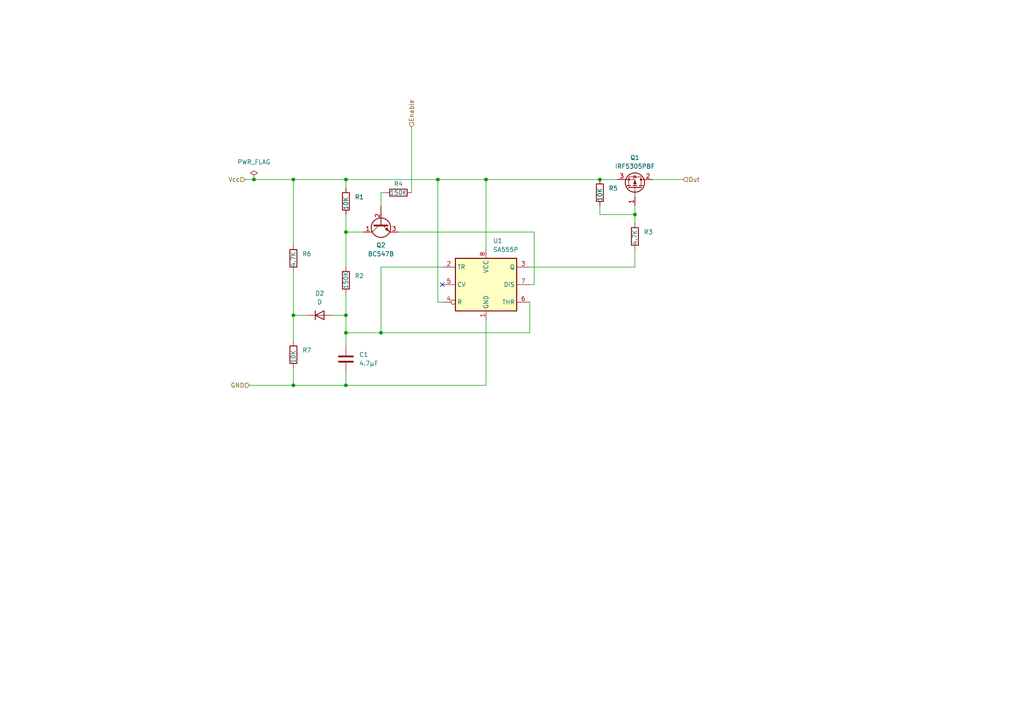
<source format=kicad_sch>
(kicad_sch (version 20211123) (generator eeschema)
  (paper "A4")
  (title_block (title "Module clignotant") (date "2025-01-08") (company "Vélo solaire pour tous") (comment 1 "Licence CERN-OHL-S version 2"))
  (lib_symbols
    (symbol "Device:C" (pin_numbers hide) (pin_names (offset 0.254))
      (property "Reference" "C" (at 0.635 2.54 0))
      (property "Value" "C" (at 0.635 -2.54 0))
      (symbol "C_0_1"
        (polyline (pts (xy -2.032 -0.762) (xy 2.032 -0.762)) (stroke (width 0.508)))
        (polyline (pts (xy -2.032 0.762) (xy 2.032 0.762)) (stroke (width 0.508)))
      )
      (symbol "C_1_1"
        (pin passive line (at 0 3.81 270) (length 2.794) (name "~") (number "1"))
        (pin passive line (at 0 -3.81 90) (length 2.794) (name "~") (number "2"))
      )
    )
    (symbol "Device:D" (pin_numbers hide) (pin_names (offset 1.016) hide)
      (property "Reference" "D" (at 0 2.54 0))
      (property "Value" "D" (at 0 -2.54 0))
      (symbol "D_0_1"
        (polyline (pts (xy -1.27 1.27) (xy -1.27 -1.27)) (stroke (width 0.254)))
        (polyline (pts (xy 1.27 0) (xy -1.27 0)))
        (polyline (pts (xy 1.27 1.27) (xy 1.27 -1.27) (xy -1.27 0) (xy 1.27 1.27)) (stroke (width 0.254)))
      )
      (symbol "D_1_1"
        (pin passive line (at -3.81 0 0) (length 2.54) (name "K") (number "1"))
        (pin passive line (at 3.81 0 180) (length 2.54) (name "A") (number "2"))
      )
    )
    (symbol "Device:Q_NPN_CBE" (pin_names (offset 0) hide)
      (property "Reference" "Q" (at 5.08 1.27 0))
      (property "Value" "Q_NPN_CBE" (at 5.08 -1.27 0))
      (symbol "Q_NPN_CBE_0_1"
        (polyline (pts (xy 0.635 0.635) (xy 2.54 2.54)))
        (polyline (pts (xy 0.635 -0.635) (xy 2.54 -2.54) (xy 2.54 -2.54)))
        (polyline (pts (xy 0.635 1.905) (xy 0.635 -1.905) (xy 0.635 -1.905)) (stroke (width 0.508)))
        (polyline (pts (xy 1.27 -1.778) (xy 1.778 -1.27) (xy 2.286 -2.286) (xy 1.27 -1.778) (xy 1.27 -1.778)) (fill (type outline)))
        (circle (center 1.27 0) (radius 2.8194) (stroke (width 0.254)))
      )
      (symbol "Q_NPN_CBE_1_1"
        (pin passive line (at 2.54 5.08 270) (length 2.54) (name "C") (number "1"))
        (pin input line (at -5.08 0 0) (length 5.715) (name "B") (number "2"))
        (pin passive line (at 2.54 -5.08 90) (length 2.54) (name "E") (number "3"))
      )
    )
    (symbol "Device:R" (pin_numbers hide) (pin_names (offset 0))
      (property "Reference" "R" (at 2.032 0 90))
      (property "Value" "R" (at 0 0 90))
      (symbol "R_0_1"
        (rectangle (start -1.016 -2.54) (end 1.016 2.54) (stroke (width 0.254)))
      )
      (symbol "R_1_1"
        (pin passive line (at 0 3.81 270) (length 1.27) (name "~") (number "1"))
        (pin passive line (at 0 -3.81 90) (length 1.27) (name "~") (number "2"))
      )
    )
    (symbol "Timer:SA555P"
      (property "Reference" "U" (at -10.16 8.89 0))
      (property "Value" "SA555P" (at 2.54 8.89 0))
      (symbol "SA555P_0_0"
        (pin power_in line (at 0 -10.16 90) (length 2.54) (name "GND") (number "1"))
        (pin power_in line (at 0 10.16 270) (length 2.54) (name "VCC") (number "8"))
      )
      (symbol "SA555P_0_1"
        (rectangle (start -8.89 -7.62) (end 8.89 7.62) (stroke (width 0.254)) (fill (type background)))
        (rectangle (start -8.89 -7.62) (end 8.89 7.62) (stroke (width 0.254)) (fill (type background)))
      )
      (symbol "SA555P_1_1"
        (pin input line (at -12.7 5.08 0) (length 3.81) (name "TR") (number "2"))
        (pin output line (at 12.7 5.08 180) (length 3.81) (name "Q") (number "3"))
        (pin input inverted (at -12.7 -5.08 0) (length 3.81) (name "R") (number "4"))
        (pin input line (at -12.7 0 0) (length 3.81) (name "CV") (number "5"))
        (pin input line (at 12.7 -5.08 180) (length 3.81) (name "THR") (number "6"))
        (pin input line (at 12.7 0 180) (length 3.81) (name "DIS") (number "7"))
      )
    )
    (symbol "Transistor_FET:FQP27P06" (pin_names hide)
      (property "Reference" "Q" (at 5.08 1.905 0))
      (property "Value" "FQP27P06" (at 5.08 0 0))
      (symbol "FQP27P06_0_1"
        (polyline (pts (xy 0.254 0) (xy -2.54 0)))
        (polyline (pts (xy 0.254 1.905) (xy 0.254 -1.905)) (stroke (width 0.254)))
        (polyline (pts (xy 0.762 -1.27) (xy 0.762 -2.286)) (stroke (width 0.254)))
        (polyline (pts (xy 0.762 0.508) (xy 0.762 -0.508)) (stroke (width 0.254)))
        (polyline (pts (xy 0.762 2.286) (xy 0.762 1.27)) (stroke (width 0.254)))
        (polyline (pts (xy 2.54 2.54) (xy 2.54 1.778)))
        (polyline (pts (xy 2.54 -2.54) (xy 2.54 0) (xy 0.762 0)))
        (polyline (pts (xy 0.762 1.778) (xy 3.302 1.778) (xy 3.302 -1.778) (xy 0.762 -1.778)))
        (polyline (pts (xy 2.286 0) (xy 1.27 0.381) (xy 1.27 -0.381) (xy 2.286 0)) (fill (type outline)))
        (polyline (pts (xy 2.794 -0.508) (xy 2.921 -0.381) (xy 3.683 -0.381) (xy 3.81 -0.254)))
        (polyline (pts (xy 3.302 -0.381) (xy 2.921 0.254) (xy 3.683 0.254) (xy 3.302 -0.381)))
        (circle (center 1.651 0) (radius 2.794) (stroke (width 0.254)))
        (circle (center 2.54 -1.778) (radius 0.254) (fill (type outline)))
        (circle (center 2.54 1.778) (radius 0.254) (fill (type outline)))
      )
      (symbol "FQP27P06_1_1"
        (pin input line (at -5.08 0 0) (length 2.54) (name "G") (number "1"))
        (pin passive line (at 2.54 5.08 270) (length 2.54) (name "D") (number "2"))
        (pin passive line (at 2.54 -5.08 90) (length 2.54) (name "S") (number "3"))
      )
    )
    (symbol "power:PWR_FLAG" (power) (pin_numbers hide) (pin_names (offset 0) hide)
      (property "Value" "PWR_FLAG" (at 0 3.81 0))
      (symbol "PWR_FLAG_0_0"
        (pin power_out line (at 0 0 90) (length 0) (name "pwr") (number "1"))
      )
      (symbol "PWR_FLAG_0_1"
        (polyline (pts (xy 0 0) (xy 0 1.27) (xy -1.016 1.905) (xy 0 2.54) (xy 1.016 1.905) (xy 0 1.27)))
      )
    )
  )
  (junction (at 100.33 91.44))
  (junction (at 140.97 52.07))
  (junction (at 184.15 62.23))
  (junction (at 100.33 67.31))
  (junction (at 100.33 52.07))
  (junction (at 85.09 91.44))
  (junction (at 173.99 52.07))
  (junction (at 85.09 52.07))
  (junction (at 73.66 52.07))
  (junction (at 127 52.07))
  (junction (at 100.33 111.76))
  (junction (at 85.09 111.76))
  (junction (at 110.49 96.52))
  (junction (at 100.33 96.52))
  (no_connect (at 128.27 82.55))
  (wire (pts (xy 85.09 91.44) (xy 88.9 91.44)))
  (wire (pts (xy 127 52.07) (xy 127 87.63)))
  (wire (pts (xy 140.97 52.07) (xy 140.97 72.39)))
  (wire (pts (xy 111.76 55.88) (xy 110.49 55.88)))
  (wire (pts (xy 140.97 92.71) (xy 140.97 111.76)))
  (wire (pts (xy 128.27 77.47) (xy 110.49 77.47)))
  (wire (pts (xy 85.09 106.68) (xy 85.09 111.76)))
  (wire (pts (xy 140.97 52.07) (xy 173.99 52.07)))
  (wire (pts (xy 153.67 96.52) (xy 110.49 96.52)))
  (wire (pts (xy 100.33 67.31) (xy 100.33 77.47)))
  (wire (pts (xy 189.23 52.07) (xy 198.12 52.07)))
  (wire (pts (xy 153.67 82.55) (xy 154.94 82.55)))
  (wire (pts (xy 100.33 111.76) (xy 100.33 107.95)))
  (wire (pts (xy 100.33 67.31) (xy 105.41 67.31)))
  (wire (pts (xy 110.49 77.47) (xy 110.49 96.52)))
  (wire (pts (xy 119.38 36.83) (xy 119.38 55.88)))
  (wire (pts (xy 85.09 52.07) (xy 85.09 71.12)))
  (wire (pts (xy 100.33 91.44) (xy 100.33 96.52)))
  (wire (pts (xy 100.33 111.76) (xy 140.97 111.76)))
  (wire (pts (xy 153.67 77.47) (xy 184.15 77.47)))
  (wire (pts (xy 71.12 52.07) (xy 73.66 52.07)))
  (wire (pts (xy 184.15 64.77) (xy 184.15 62.23)))
  (wire (pts (xy 128.27 87.63) (xy 127 87.63)))
  (wire (pts (xy 100.33 85.09) (xy 100.33 91.44)))
  (wire (pts (xy 100.33 96.52) (xy 110.49 96.52)))
  (wire (pts (xy 184.15 62.23) (xy 184.15 59.69)))
  (wire (pts (xy 85.09 52.07) (xy 100.33 52.07)))
  (wire (pts (xy 85.09 91.44) (xy 85.09 99.06)))
  (wire (pts (xy 115.57 67.31) (xy 154.94 67.31)))
  (wire (pts (xy 73.66 52.07) (xy 85.09 52.07)))
  (wire (pts (xy 110.49 55.88) (xy 110.49 59.69)))
  (wire (pts (xy 85.09 78.74) (xy 85.09 91.44)))
  (wire (pts (xy 153.67 87.63) (xy 153.67 96.52)))
  (wire (pts (xy 100.33 96.52) (xy 100.33 100.33)))
  (wire (pts (xy 96.52 91.44) (xy 100.33 91.44)))
  (wire (pts (xy 173.99 52.07) (xy 179.07 52.07)))
  (wire (pts (xy 100.33 52.07) (xy 100.33 54.61)))
  (wire (pts (xy 184.15 72.39) (xy 184.15 77.47)))
  (wire (pts (xy 85.09 111.76) (xy 100.33 111.76)))
  (wire (pts (xy 173.99 62.23) (xy 184.15 62.23)))
  (wire (pts (xy 100.33 62.23) (xy 100.33 67.31)))
  (wire (pts (xy 72.39 111.76) (xy 85.09 111.76)))
  (wire (pts (xy 127 52.07) (xy 140.97 52.07)))
  (wire (pts (xy 100.33 52.07) (xy 127 52.07)))
  (wire (pts (xy 173.99 59.69) (xy 173.99 62.23)))
  (wire (pts (xy 154.94 67.31) (xy 154.94 82.55)))
  (hierarchical_label "Out" (shape input) (at 198.12 52.07 0))
  (hierarchical_label "GND" (shape input) (at 72.39 111.76 180))
  (hierarchical_label "Enable" (shape input) (at 119.38 36.83 90))
  (hierarchical_label "Vcc" (shape input) (at 71.12 52.07 180))
  (symbol (lib_id "Device:R") (at 85.09 102.87 0) (unit 1)
    (property "Reference" "R7" (at 87.63 101.5999 0) (effects (justify left)))
    (property "Value" "10K" (at 85.09 105.41 90) (effects (justify left)))
    (property "Footprint" "Resistor_THT:R_Axial_DIN0207_L6.3mm_D2.5mm_P10.16mm_Horizontal" (effects hide))
  )
  (symbol (lib_id "Device:R") (at 100.33 81.28 0) (unit 1)
    (property "Reference" "R2" (at 102.87 80.0099 0) (effects (justify left)))
    (property "Value" "150K" (at 100.33 83.82 90) (effects (justify left)))
    (property "Footprint" "Resistor_THT:R_Axial_DIN0207_L6.3mm_D2.5mm_P10.16mm_Horizontal" (effects hide))
  )
  (symbol (lib_id "Timer:SA555P") (at 140.97 82.55 0) (unit 1)
    (property "Reference" "U1" (at 142.9894 69.85 0) (effects (justify left)))
    (property "Value" "SA555P" (at 142.9894 72.39 0) (effects (justify left)))
    (property "Footprint" "Package_DIP:DIP-8_W7.62mm" (effects hide))
    (property "Datasheet" "http://www.ti.com/lit/ds/symlink/ne555.pdf" (effects hide))
  )
  (symbol (lib_id "Device:Q_NPN_CBE") (at 110.49 64.77 90) (mirror x) (unit 1)
    (property "Reference" "Q2" (at 110.49 71.12 90))
    (property "Value" "BC547B" (at 110.49 73.66 90))
    (property "Footprint" "circuit:TO-92L_Inline" (effects hide))
  )
  (symbol (lib_id "Device:R") (at 115.57 55.88 90) (unit 1)
    (property "Reference" "R4" (at 115.57 53.34 90))
    (property "Value" "150K" (at 115.57 55.88 90))
    (property "Footprint" "Resistor_THT:R_Axial_DIN0207_L6.3mm_D2.5mm_P10.16mm_Horizontal" (effects hide))
  )
  (symbol (lib_id "Device:R") (at 100.33 58.42 0) (unit 1)
    (property "Reference" "R1" (at 102.87 57.1499 0) (effects (justify left)))
    (property "Value" "10K" (at 100.33 60.96 90) (effects (justify left)))
    (property "Footprint" "Resistor_THT:R_Axial_DIN0207_L6.3mm_D2.5mm_P10.16mm_Horizontal" (effects hide))
  )
  (symbol (lib_id "Device:R") (at 184.15 68.58 180) (unit 1)
    (property "Reference" "R3" (at 186.69 67.3099 0) (effects (justify right)))
    (property "Value" "4.7K" (at 184.15 71.12 90) (effects (justify right)))
    (property "Footprint" "Resistor_THT:R_Axial_DIN0207_L6.3mm_D2.5mm_P10.16mm_Horizontal" (effects hide))
  )
  (symbol (lib_id "Device:R") (at 85.09 74.93 0) (unit 1)
    (property "Reference" "R6" (at 87.63 73.6599 0) (effects (justify left)))
    (property "Value" "4.7K" (at 85.09 77.47 90) (effects (justify left)))
    (property "Footprint" "Resistor_THT:R_Axial_DIN0207_L6.3mm_D2.5mm_P10.16mm_Horizontal" (effects hide))
  )
  (symbol (lib_id "power:PWR_FLAG") (at 73.66 52.07 0) (unit 1)
    (property "Reference" "#FLG0101" (effects hide))
    (property "Value" "PWR_FLAG" (at 73.66 46.99 0))
  )
  (symbol (lib_id "Device:R") (at 173.99 55.88 0) (unit 1)
    (property "Reference" "R5" (at 176.53 54.6099 0) (effects (justify left)))
    (property "Value" "10K" (at 173.99 58.42 90) (effects (justify left)))
    (property "Footprint" "Resistor_THT:R_Axial_DIN0207_L6.3mm_D2.5mm_P10.16mm_Horizontal" (effects hide))
  )
  (symbol (lib_id "Device:D") (at 92.71 91.44 0) (unit 1)
    (property "Reference" "D2" (at 92.71 85.09 0))
    (property "Value" "D" (at 92.71 87.63 0))
    (property "Footprint" "Diode_THT:D_DO-35_SOD27_P7.62mm_Horizontal" (effects hide))
  )
  (symbol (lib_id "Transistor_FET:FQP27P06") (at 184.15 54.61 270) (mirror x) (unit 1)
    (property "Reference" "Q1" (at 184.15 45.72 90))
    (property "Value" "IRF5305PBF" (at 184.15 48.26 90))
    (property "Footprint" "circuit:TO-220-3_Vertical" (effects hide))
  )
  (symbol (lib_id "Device:C") (at 100.33 104.14 0) (unit 1)
    (property "Reference" "C1" (at 104.14 102.8699 0) (effects (justify left)))
    (property "Value" "4.7µF" (at 104.14 105.4099 0) (effects (justify left)))
    (property "Footprint" "Capacitor_THT:C_Disc_D4.3mm_W1.9mm_P5.00mm" (effects hide))
  )
)
</source>
